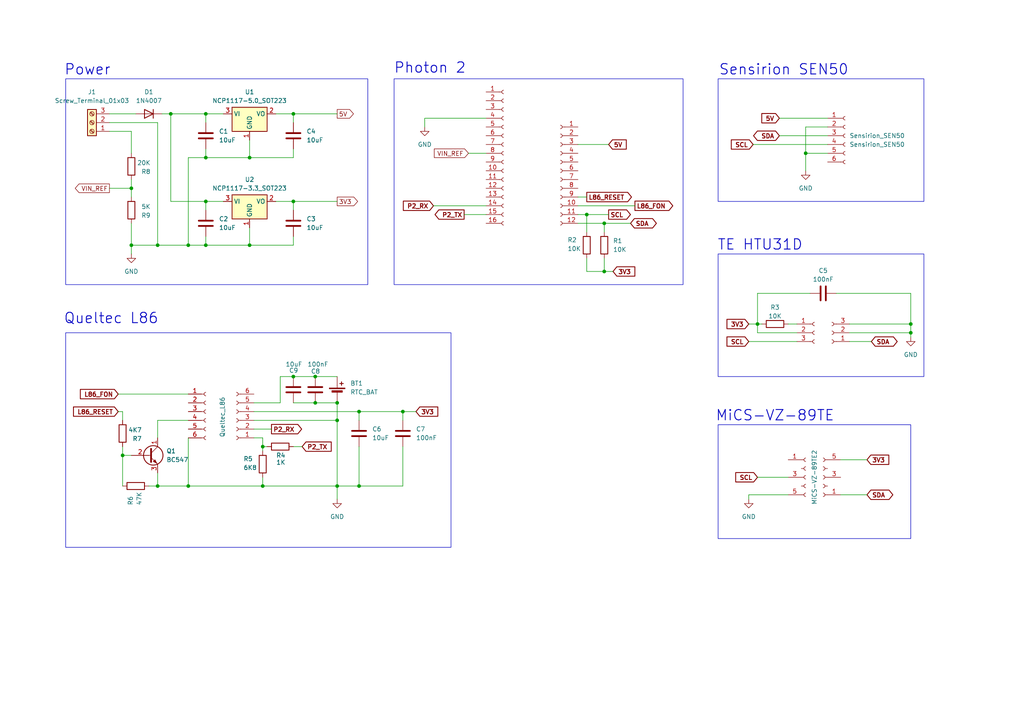
<source format=kicad_sch>
(kicad_sch (version 20231120) (generator "eeschema") (generator_version "8.0")
  (paper "A4")
  (lib_symbols
    (symbol "Conn_01x05_Socket_1" (pin_names (offset 1.016) hide)
      (symbol "Conn_01x05_Socket_1_1_1"
        (arc (start 0 -4.572) (mid -0.5058 -5.08) (end 0 -5.588) (stroke (width 0.1524)))
        (arc (start 0 -2.032) (mid -0.5058 -2.54) (end 0 -3.048) (stroke (width 0.1524)))
        (polyline (pts (xy -1.27 -5.08) (xy -0.508 -5.08)) (stroke (width 0.1524)))
        (polyline (pts (xy -1.27 -2.54) (xy -0.508 -2.54)) (stroke (width 0.1524)))
        (polyline (pts (xy -1.27 0) (xy -0.508 0)) (stroke (width 0.1524)))
        (polyline (pts (xy -1.27 2.54) (xy -0.508 2.54)) (stroke (width 0.1524)))
        (polyline (pts (xy -1.27 5.08) (xy -0.508 5.08)) (stroke (width 0.1524)))
        (arc (start 0 0.508) (mid -0.5058 0) (end 0 -0.508) (stroke (width 0.1524)))
        (arc (start 0 3.048) (mid -0.5058 2.54) (end 0 2.032) (stroke (width 0.1524)))
        (arc (start 0 5.588) (mid -0.5058 5.08) (end 0 4.572) (stroke (width 0.1524)))
        (pin passive line (at -5.08 5.08 0) (length 3.81) (name "Pin_1") (number "1"))
        (pin no_connect line (at -5.08 2.54 0) (length 3.81) hide (name "Pin_2") (number "2"))
        (pin passive line (at -5.08 0 0) (length 3.81) (name "Pin_3") (number "3"))
        (pin no_connect line (at -5.08 -2.54 0) (length 3.81) hide (name "Pin_4") (number "4"))
        (pin passive line (at -5.08 -5.08 0) (length 3.81) (name "Pin_5") (number "5"))
      )
    )
    (symbol "Connector:Conn_01x03_Socket" (pin_names (offset 1.016) hide)
      (property "Reference" "J" (at 0 5.08 0))
      (property "Value" "Conn_01x03_Socket" (at 0 -5.08 0))
      (symbol "Conn_01x03_Socket_1_1"
        (arc (start 0 -2.032) (mid -0.5058 -2.54) (end 0 -3.048) (stroke (width 0.1524)))
        (polyline (pts (xy -1.27 -2.54) (xy -0.508 -2.54)) (stroke (width 0.1524)))
        (polyline (pts (xy -1.27 0) (xy -0.508 0)) (stroke (width 0.1524)))
        (polyline (pts (xy -1.27 2.54) (xy -0.508 2.54)) (stroke (width 0.1524)))
        (arc (start 0 0.508) (mid -0.5058 0) (end 0 -0.508) (stroke (width 0.1524)))
        (arc (start 0 3.048) (mid -0.5058 2.54) (end 0 2.032) (stroke (width 0.1524)))
        (pin passive line (at -5.08 2.54 0) (length 3.81) (name "Pin_1") (number "1"))
        (pin passive line (at -5.08 0 0) (length 3.81) (name "Pin_2") (number "2"))
        (pin passive line (at -5.08 -2.54 0) (length 3.81) (name "Pin_3") (number "3"))
      )
    )
    (symbol "Connector:Conn_01x05_Socket" (pin_names (offset 1.016) hide)
      (property "Reference" "MiCS-VZ-89TE" (at 2.54 0 90))
      (symbol "Conn_01x05_Socket_1_1"
        (arc (start 0 -4.572) (mid -0.5058 -5.08) (end 0 -5.588) (stroke (width 0.1524)))
        (arc (start 0 -2.032) (mid -0.5058 -2.54) (end 0 -3.048) (stroke (width 0.1524)))
        (polyline (pts (xy -1.27 -5.08) (xy -0.508 -5.08)) (stroke (width 0.1524)))
        (polyline (pts (xy -1.27 -2.54) (xy -0.508 -2.54)) (stroke (width 0.1524)))
        (polyline (pts (xy -1.27 0) (xy -0.508 0)) (stroke (width 0.1524)))
        (polyline (pts (xy -1.27 2.54) (xy -0.508 2.54)) (stroke (width 0.1524)))
        (polyline (pts (xy -1.27 5.08) (xy -0.508 5.08)) (stroke (width 0.1524)))
        (arc (start 0 0.508) (mid -0.5058 0) (end 0 -0.508) (stroke (width 0.1524)))
        (arc (start 0 3.048) (mid -0.5058 2.54) (end 0 2.032) (stroke (width 0.1524)))
        (arc (start 0 5.588) (mid -0.5058 5.08) (end 0 4.572) (stroke (width 0.1524)))
        (pin passive line (at -5.08 5.08 0) (length 3.81) (name "Pin_1") (number "1"))
        (pin no_connect line (at -5.08 2.54 0) (length 3.81) hide (name "Pin_2") (number "2"))
        (pin passive line (at -5.08 0 0) (length 3.81) (name "Pin_3") (number "3"))
        (pin no_connect line (at -5.08 -2.54 0) (length 3.81) hide (name "Pin_4") (number "4"))
        (pin passive line (at -5.08 -5.08 0) (length 3.81) (name "Pin_5") (number "5"))
      )
    )
    (symbol "Connector:Conn_01x06_Socket" (pin_names (offset 1.016) hide)
      (property "Reference" "J" (at 0 7.62 0))
      (property "Value" "Conn_01x06_Socket" (at 0 -10.16 0))
      (symbol "Conn_01x06_Socket_1_1"
        (arc (start 0 -7.112) (mid -0.5058 -7.62) (end 0 -8.128) (stroke (width 0.1524)))
        (arc (start 0 -4.572) (mid -0.5058 -5.08) (end 0 -5.588) (stroke (width 0.1524)))
        (arc (start 0 -2.032) (mid -0.5058 -2.54) (end 0 -3.048) (stroke (width 0.1524)))
        (polyline (pts (xy -1.27 -7.62) (xy -0.508 -7.62)) (stroke (width 0.1524)))
        (polyline (pts (xy -1.27 -5.08) (xy -0.508 -5.08)) (stroke (width 0.1524)))
        (polyline (pts (xy -1.27 -2.54) (xy -0.508 -2.54)) (stroke (width 0.1524)))
        (polyline (pts (xy -1.27 0) (xy -0.508 0)) (stroke (width 0.1524)))
        (polyline (pts (xy -1.27 2.54) (xy -0.508 2.54)) (stroke (width 0.1524)))
        (polyline (pts (xy -1.27 5.08) (xy -0.508 5.08)) (stroke (width 0.1524)))
        (arc (start 0 0.508) (mid -0.5058 0) (end 0 -0.508) (stroke (width 0.1524)))
        (arc (start 0 3.048) (mid -0.5058 2.54) (end 0 2.032) (stroke (width 0.1524)))
        (arc (start 0 5.588) (mid -0.5058 5.08) (end 0 4.572) (stroke (width 0.1524)))
        (pin passive line (at -5.08 5.08 0) (length 3.81) (name "Pin_1") (number "1"))
        (pin passive line (at -5.08 2.54 0) (length 3.81) (name "Pin_2") (number "2"))
        (pin passive line (at -5.08 0 0) (length 3.81) (name "Pin_3") (number "3"))
        (pin passive line (at -5.08 -2.54 0) (length 3.81) (name "Pin_4") (number "4"))
        (pin passive line (at -5.08 -5.08 0) (length 3.81) (name "Pin_5") (number "5"))
        (pin passive line (at -5.08 -7.62 0) (length 3.81) (name "Pin_6") (number "6"))
      )
    )
    (symbol "Connector:Conn_01x12_Socket" (pin_names (offset 1.016) hide)
      (symbol "Conn_01x12_Socket_1_1"
        (arc (start 0 -14.732) (mid -0.5058 -15.24) (end 0 -15.748) (stroke (width 0.1524)))
        (arc (start 0 -12.192) (mid -0.5058 -12.7) (end 0 -13.208) (stroke (width 0.1524)))
        (arc (start 0 -9.652) (mid -0.5058 -10.16) (end 0 -10.668) (stroke (width 0.1524)))
        (arc (start 0 -7.112) (mid -0.5058 -7.62) (end 0 -8.128) (stroke (width 0.1524)))
        (arc (start 0 -4.572) (mid -0.5058 -5.08) (end 0 -5.588) (stroke (width 0.1524)))
        (arc (start 0 -2.032) (mid -0.5058 -2.54) (end 0 -3.048) (stroke (width 0.1524)))
        (polyline (pts (xy -1.27 -15.24) (xy -0.508 -15.24)) (stroke (width 0.1524)))
        (polyline (pts (xy -1.27 -12.7) (xy -0.508 -12.7)) (stroke (width 0.1524)))
        (polyline (pts (xy -1.27 -10.16) (xy -0.508 -10.16)) (stroke (width 0.1524)))
        (polyline (pts (xy -1.27 -7.62) (xy -0.508 -7.62)) (stroke (width 0.1524)))
        (polyline (pts (xy -1.27 -5.08) (xy -0.508 -5.08)) (stroke (width 0.1524)))
        (polyline (pts (xy -1.27 -2.54) (xy -0.508 -2.54)) (stroke (width 0.1524)))
        (polyline (pts (xy -1.27 0) (xy -0.508 0)) (stroke (width 0.1524)))
        (polyline (pts (xy -1.27 2.54) (xy -0.508 2.54)) (stroke (width 0.1524)))
        (polyline (pts (xy -1.27 5.08) (xy -0.508 5.08)) (stroke (width 0.1524)))
        (polyline (pts (xy -1.27 7.62) (xy -0.508 7.62)) (stroke (width 0.1524)))
        (polyline (pts (xy -1.27 10.16) (xy -0.508 10.16)) (stroke (width 0.1524)))
        (polyline (pts (xy -1.27 12.7) (xy -0.508 12.7)) (stroke (width 0.1524)))
        (arc (start 0 0.508) (mid -0.5058 0) (end 0 -0.508) (stroke (width 0.1524)))
        (arc (start 0 3.048) (mid -0.5058 2.54) (end 0 2.032) (stroke (width 0.1524)))
        (arc (start 0 5.588) (mid -0.5058 5.08) (end 0 4.572) (stroke (width 0.1524)))
        (arc (start 0 8.128) (mid -0.5058 7.62) (end 0 7.112) (stroke (width 0.1524)))
        (arc (start 0 10.668) (mid -0.5058 10.16) (end 0 9.652) (stroke (width 0.1524)))
        (arc (start 0 13.208) (mid -0.5058 12.7) (end 0 12.192) (stroke (width 0.1524)))
        (pin passive line (at -5.08 12.7 0) (length 3.81) (name "Pin_1") (number "1"))
        (pin passive line (at -5.08 -10.16 0) (length 3.81) (name "Pin_10") (number "10"))
        (pin passive line (at -5.08 -12.7 0) (length 3.81) (name "Pin_11") (number "11"))
        (pin passive line (at -5.08 -15.24 0) (length 3.81) (name "Pin_12") (number "12"))
        (pin passive line (at -5.08 10.16 0) (length 3.81) (name "Pin_2") (number "2"))
        (pin passive line (at -5.08 7.62 0) (length 3.81) (name "Pin_3") (number "3"))
        (pin passive line (at -5.08 5.08 0) (length 3.81) (name "Pin_4") (number "4"))
        (pin passive line (at -5.08 2.54 0) (length 3.81) (name "Pin_5") (number "5"))
        (pin passive line (at -5.08 0 0) (length 3.81) (name "Pin_6") (number "6"))
        (pin passive line (at -5.08 -2.54 0) (length 3.81) (name "Pin_7") (number "7"))
        (pin passive line (at -5.08 -5.08 0) (length 3.81) (name "Pin_8") (number "8"))
        (pin passive line (at -5.08 -7.62 0) (length 3.81) (name "Pin_9") (number "9"))
      )
    )
    (symbol "Connector:Conn_01x16_Socket" (pin_names (offset 1.016) hide)
      (symbol "Conn_01x16_Socket_1_1"
        (arc (start 0 -19.812) (mid -0.5058 -20.32) (end 0 -20.828) (stroke (width 0.1524)))
        (arc (start 0 -17.272) (mid -0.5058 -17.78) (end 0 -18.288) (stroke (width 0.1524)))
        (arc (start 0 -14.732) (mid -0.5058 -15.24) (end 0 -15.748) (stroke (width 0.1524)))
        (arc (start 0 -12.192) (mid -0.5058 -12.7) (end 0 -13.208) (stroke (width 0.1524)))
        (arc (start 0 -9.652) (mid -0.5058 -10.16) (end 0 -10.668) (stroke (width 0.1524)))
        (arc (start 0 -7.112) (mid -0.5058 -7.62) (end 0 -8.128) (stroke (width 0.1524)))
        (arc (start 0 -4.572) (mid -0.5058 -5.08) (end 0 -5.588) (stroke (width 0.1524)))
        (arc (start 0 -2.032) (mid -0.5058 -2.54) (end 0 -3.048) (stroke (width 0.1524)))
        (polyline (pts (xy -1.27 -20.32) (xy -0.508 -20.32)) (stroke (width 0.1524)))
        (polyline (pts (xy -1.27 -17.78) (xy -0.508 -17.78)) (stroke (width 0.1524)))
        (polyline (pts (xy -1.27 -15.24) (xy -0.508 -15.24)) (stroke (width 0.1524)))
        (polyline (pts (xy -1.27 -12.7) (xy -0.508 -12.7)) (stroke (width 0.1524)))
        (polyline (pts (xy -1.27 -10.16) (xy -0.508 -10.16)) (stroke (width 0.1524)))
        (polyline (pts (xy -1.27 -7.62) (xy -0.508 -7.62)) (stroke (width 0.1524)))
        (polyline (pts (xy -1.27 -5.08) (xy -0.508 -5.08)) (stroke (width 0.1524)))
        (polyline (pts (xy -1.27 -2.54) (xy -0.508 -2.54)) (stroke (width 0.1524)))
        (polyline (pts (xy -1.27 0) (xy -0.508 0)) (stroke (width 0.1524)))
        (polyline (pts (xy -1.27 2.54) (xy -0.508 2.54)) (stroke (width 0.1524)))
        (polyline (pts (xy -1.27 5.08) (xy -0.508 5.08)) (stroke (width 0.1524)))
        (polyline (pts (xy -1.27 7.62) (xy -0.508 7.62)) (stroke (width 0.1524)))
        (polyline (pts (xy -1.27 10.16) (xy -0.508 10.16)) (stroke (width 0.1524)))
        (polyline (pts (xy -1.27 12.7) (xy -0.508 12.7)) (stroke (width 0.1524)))
        (polyline (pts (xy -1.27 15.24) (xy -0.508 15.24)) (stroke (width 0.1524)))
        (polyline (pts (xy -1.27 17.78) (xy -0.508 17.78)) (stroke (width 0.1524)))
        (arc (start 0 0.508) (mid -0.5058 0) (end 0 -0.508) (stroke (width 0.1524)))
        (arc (start 0 3.048) (mid -0.5058 2.54) (end 0 2.032) (stroke (width 0.1524)))
        (arc (start 0 5.588) (mid -0.5058 5.08) (end 0 4.572) (stroke (width 0.1524)))
        (arc (start 0 8.128) (mid -0.5058 7.62) (end 0 7.112) (stroke (width 0.1524)))
        (arc (start 0 10.668) (mid -0.5058 10.16) (end 0 9.652) (stroke (width 0.1524)))
        (arc (start 0 13.208) (mid -0.5058 12.7) (end 0 12.192) (stroke (width 0.1524)))
        (arc (start 0 15.748) (mid -0.5058 15.24) (end 0 14.732) (stroke (width 0.1524)))
        (arc (start 0 18.288) (mid -0.5058 17.78) (end 0 17.272) (stroke (width 0.1524)))
        (pin passive line (at -5.08 17.78 0) (length 3.81) (name "Pin_1") (number "1"))
        (pin passive line (at -5.08 -5.08 0) (length 3.81) (name "Pin_10") (number "10"))
        (pin passive line (at -5.08 -7.62 0) (length 3.81) (name "Pin_11") (number "11"))
        (pin passive line (at -5.08 -10.16 0) (length 3.81) (name "Pin_12") (number "12"))
        (pin passive line (at -5.08 -12.7 0) (length 3.81) (name "Pin_13") (number "13"))
        (pin passive line (at -5.08 -15.24 0) (length 3.81) (name "Pin_14") (number "14"))
        (pin passive line (at -5.08 -17.78 0) (length 3.81) (name "Pin_15") (number "15"))
        (pin passive line (at -5.08 -20.32 0) (length 3.81) (name "Pin_16") (number "16"))
        (pin passive line (at -5.08 15.24 0) (length 3.81) (name "Pin_2") (number "2"))
        (pin passive line (at -5.08 12.7 0) (length 3.81) (name "Pin_3") (number "3"))
        (pin passive line (at -5.08 10.16 0) (length 3.81) (name "Pin_4") (number "4"))
        (pin passive line (at -5.08 7.62 0) (length 3.81) (name "Pin_5") (number "5"))
        (pin passive line (at -5.08 5.08 0) (length 3.81) (name "Pin_6") (number "6"))
        (pin passive line (at -5.08 2.54 0) (length 3.81) (name "Pin_7") (number "7"))
        (pin passive line (at -5.08 0 0) (length 3.81) (name "Pin_8") (number "8"))
        (pin passive line (at -5.08 -2.54 0) (length 3.81) (name "Pin_9") (number "9"))
      )
    )
    (symbol "Connector:Screw_Terminal_01x03" (pin_names (offset 1.016) hide)
      (property "Reference" "J" (at 0 5.08 0))
      (property "Value" "Screw_Terminal_01x03" (at 0 -5.08 0))
      (symbol "Screw_Terminal_01x03_1_1"
        (rectangle (start -1.27 3.81) (end 1.27 -3.81) (stroke (width 0.254)) (fill (type background)))
        (circle (center 0 -2.54) (radius 0.635) (stroke (width 0.1524)))
        (polyline (pts (xy -0.5334 -2.2098) (xy 0.3302 -3.048)) (stroke (width 0.1524)))
        (polyline (pts (xy -0.5334 0.3302) (xy 0.3302 -0.508)) (stroke (width 0.1524)))
        (polyline (pts (xy -0.5334 2.8702) (xy 0.3302 2.032)) (stroke (width 0.1524)))
        (polyline (pts (xy -0.3556 -2.032) (xy 0.508 -2.8702)) (stroke (width 0.1524)))
        (polyline (pts (xy -0.3556 0.508) (xy 0.508 -0.3302)) (stroke (width 0.1524)))
        (polyline (pts (xy -0.3556 3.048) (xy 0.508 2.2098)) (stroke (width 0.1524)))
        (circle (center 0 0) (radius 0.635) (stroke (width 0.1524)))
        (circle (center 0 2.54) (radius 0.635) (stroke (width 0.1524)))
        (pin passive line (at -5.08 2.54 0) (length 3.81) (name "Pin_1") (number "1"))
        (pin passive line (at -5.08 0 0) (length 3.81) (name "Pin_2") (number "2"))
        (pin passive line (at -5.08 -2.54 0) (length 3.81) (name "Pin_3") (number "3"))
      )
    )
    (symbol "Device:Battery_Cell" (pin_numbers hide) (pin_names (offset 0) hide)
      (property "Reference" "BT" (at 2.54 2.54 0))
      (property "Value" "Battery_Cell" (at 2.54 0 0))
      (symbol "Battery_Cell_0_1"
        (rectangle (start -2.286 1.778) (end 2.286 1.524) (fill (type outline)))
        (rectangle (start -1.524 1.016) (end 1.524 0.508) (fill (type outline)))
        (polyline (pts (xy 0 0.762) (xy 0 0)))
        (polyline (pts (xy 0 1.778) (xy 0 2.54)))
        (polyline (pts (xy 0.762 3.048) (xy 1.778 3.048)) (stroke (width 0.254)))
        (polyline (pts (xy 1.27 3.556) (xy 1.27 2.54)) (stroke (width 0.254)))
      )
      (symbol "Battery_Cell_1_1"
        (pin passive line (at 0 5.08 270) (length 2.54) (name "+") (number "1"))
        (pin passive line (at 0 -2.54 90) (length 2.54) (name "-") (number "2"))
      )
    )
    (symbol "Device:C" (pin_numbers hide) (pin_names (offset 0.254))
      (property "Reference" "C" (at 0.635 2.54 0))
      (property "Value" "C" (at 0.635 -2.54 0))
      (symbol "C_0_1"
        (polyline (pts (xy -2.032 -0.762) (xy 2.032 -0.762)) (stroke (width 0.508)))
        (polyline (pts (xy -2.032 0.762) (xy 2.032 0.762)) (stroke (width 0.508)))
      )
      (symbol "C_1_1"
        (pin passive line (at 0 3.81 270) (length 2.794) (name "~") (number "1"))
        (pin passive line (at 0 -3.81 90) (length 2.794) (name "~") (number "2"))
      )
    )
    (symbol "Device:D" (pin_numbers hide) (pin_names (offset 1.016) hide)
      (property "Reference" "D" (at 0 2.54 0))
      (property "Value" "D" (at 0 -2.54 0))
      (symbol "D_0_1"
        (polyline (pts (xy -1.27 1.27) (xy -1.27 -1.27)) (stroke (width 0.254)))
        (polyline (pts (xy 1.27 0) (xy -1.27 0)))
        (polyline (pts (xy 1.27 1.27) (xy 1.27 -1.27) (xy -1.27 0) (xy 1.27 1.27)) (stroke (width 0.254)))
      )
      (symbol "D_1_1"
        (pin passive line (at -3.81 0 0) (length 2.54) (name "K") (number "1"))
        (pin passive line (at 3.81 0 180) (length 2.54) (name "A") (number "2"))
      )
    )
    (symbol "Device:R" (pin_numbers hide) (pin_names (offset 0))
      (property "Reference" "R" (at 2.032 0 90))
      (property "Value" "R" (at 0 0 90))
      (symbol "R_0_1"
        (rectangle (start -1.016 -2.54) (end 1.016 2.54) (stroke (width 0.254)))
      )
      (symbol "R_1_1"
        (pin passive line (at 0 3.81 270) (length 1.27) (name "~") (number "1"))
        (pin passive line (at 0 -3.81 90) (length 1.27) (name "~") (number "2"))
      )
    )
    (symbol "Regulator_Linear:NCP1117-3.3_SOT223"
      (property "Reference" "U" (at -3.81 3.175 0))
      (property "Value" "NCP1117-3.3_SOT223" (at 0 3.175 0))
      (symbol "NCP1117-3.3_SOT223_0_1"
        (rectangle (start -5.08 -5.08) (end 5.08 1.905) (stroke (width 0.254)) (fill (type background)))
      )
      (symbol "NCP1117-3.3_SOT223_1_1"
        (pin power_in line (at 0 -7.62 90) (length 2.54) (name "GND") (number "1"))
        (pin power_out line (at 7.62 0 180) (length 2.54) (name "VO") (number "2"))
        (pin power_in line (at -7.62 0 0) (length 2.54) (name "VI") (number "3"))
      )
    )
    (symbol "Regulator_Linear:NCP1117-5.0_SOT223"
      (property "Reference" "U" (at -3.81 3.175 0))
      (property "Value" "NCP1117-5.0_SOT223" (at 0 3.175 0))
      (symbol "NCP1117-5.0_SOT223_0_1"
        (rectangle (start -5.08 -5.08) (end 5.08 1.905) (stroke (width 0.254)) (fill (type background)))
      )
      (symbol "NCP1117-5.0_SOT223_1_1"
        (pin power_in line (at 0 -7.62 90) (length 2.54) (name "GND") (number "1"))
        (pin power_out line (at 7.62 0 180) (length 2.54) (name "VO") (number "2"))
        (pin power_in line (at -7.62 0 0) (length 2.54) (name "VI") (number "3"))
      )
    )
    (symbol "Transistor_BJT:BC547" (pin_names (offset 0) hide)
      (property "Reference" "Q" (at 5.08 1.905 0))
      (property "Value" "BC547" (at 5.08 0 0))
      (symbol "BC547_0_1"
        (polyline (pts (xy 0 0) (xy 0.635 0)))
        (polyline (pts (xy 0.635 0.635) (xy 2.54 2.54)))
        (polyline (pts (xy 0.635 -0.635) (xy 2.54 -2.54) (xy 2.54 -2.54)))
        (polyline (pts (xy 0.635 1.905) (xy 0.635 -1.905) (xy 0.635 -1.905)) (stroke (width 0.508)))
        (polyline (pts (xy 1.27 -1.778) (xy 1.778 -1.27) (xy 2.286 -2.286) (xy 1.27 -1.778) (xy 1.27 -1.778)) (fill (type outline)))
        (circle (center 1.27 0) (radius 2.8194) (stroke (width 0.254)))
      )
      (symbol "BC547_1_1"
        (pin passive line (at 2.54 5.08 270) (length 2.54) (name "C") (number "1"))
        (pin input line (at -5.08 0 0) (length 5.08) (name "B") (number "2"))
        (pin passive line (at 2.54 -5.08 90) (length 2.54) (name "E") (number "3"))
      )
    )
    (symbol "power:GND" (power) (pin_numbers hide) (pin_names (offset 0) hide)
      (property "Value" "GND" (at 0 -3.81 0))
      (symbol "GND_0_1"
        (polyline (pts (xy 0 0) (xy 0 -1.27) (xy 1.27 -1.27) (xy 0 -2.54) (xy -1.27 -1.27) (xy 0 -1.27)))
      )
      (symbol "GND_1_1"
        (pin power_in line (at 0 0 270) (length 0) (name "~") (number "1"))
      )
    )
  )
  (junction (at 45.72 140.97))
  (junction (at 72.39 71.12))
  (junction (at 104.14 119.38))
  (junction (at 59.69 45.72))
  (junction (at 59.69 71.12))
  (junction (at 97.79 116.84))
  (junction (at 35.56 132.08))
  (junction (at 45.72 71.12))
  (junction (at 49.53 33.02))
  (junction (at 116.84 119.38))
  (junction (at 91.44 116.84))
  (junction (at 38.1 71.12))
  (junction (at 54.61 71.12))
  (junction (at 104.14 140.97))
  (junction (at 59.69 33.02))
  (junction (at 175.26 64.77))
  (junction (at 264.16 96.52))
  (junction (at 233.68 44.45))
  (junction (at 175.26 78.74))
  (junction (at 97.79 121.92))
  (junction (at 38.1 54.61))
  (junction (at 264.16 93.98))
  (junction (at 72.39 45.72))
  (junction (at 91.44 109.22))
  (junction (at 219.71 93.98))
  (junction (at 54.61 140.97))
  (junction (at 85.09 58.42))
  (junction (at 85.09 33.02))
  (junction (at 97.79 140.97))
  (junction (at 76.2 140.97))
  (junction (at 59.69 58.42))
  (junction (at 76.2 129.54))
  (junction (at 85.09 109.22))
  (junction (at 170.18 62.23))
  (wire (pts (xy 34.29 114.3) (xy 54.61 114.3)))
  (wire (pts (xy 45.72 140.97) (xy 54.61 140.97)))
  (wire (pts (xy 38.1 71.12) (xy 45.72 71.12)))
  (wire (pts (xy 31.75 33.02) (xy 39.37 33.02)))
  (wire (pts (xy 85.09 68.58) (xy 85.09 71.12)))
  (wire (pts (xy 217.17 99.06) (xy 231.14 99.06)))
  (wire (pts (xy 35.56 132.08) (xy 35.56 140.97)))
  (wire (pts (xy 73.66 116.84) (xy 81.28 116.84)))
  (wire (pts (xy 91.44 109.22) (xy 97.79 109.22)))
  (wire (pts (xy 45.72 121.92) (xy 54.61 121.92)))
  (wire (pts (xy 123.19 34.29) (xy 140.97 34.29)))
  (wire (pts (xy 218.44 41.91) (xy 240.03 41.91)))
  (wire (pts (xy 233.68 49.53) (xy 233.68 44.45)))
  (wire (pts (xy 85.09 45.72) (xy 72.39 45.72)))
  (wire (pts (xy 73.66 121.92) (xy 97.79 121.92)))
  (wire (pts (xy 226.06 39.37) (xy 240.03 39.37)))
  (wire (pts (xy 219.71 85.09) (xy 219.71 93.98)))
  (wire (pts (xy 54.61 140.97) (xy 76.2 140.97)))
  (wire (pts (xy 85.09 116.84) (xy 91.44 116.84)))
  (wire (pts (xy 104.14 140.97) (xy 97.79 140.97)))
  (wire (pts (xy 38.1 71.12) (xy 38.1 73.66)))
  (wire (pts (xy 59.69 45.72) (xy 54.61 45.72)))
  (wire (pts (xy 97.79 140.97) (xy 97.79 144.78)))
  (wire (pts (xy 85.09 58.42) (xy 85.09 60.96)))
  (wire (pts (xy 176.53 62.23) (xy 170.18 62.23)))
  (wire (pts (xy 38.1 64.77) (xy 38.1 71.12)))
  (wire (pts (xy 243.84 143.51) (xy 251.46 143.51)))
  (wire (pts (xy 54.61 127) (xy 54.61 140.97)))
  (wire (pts (xy 91.44 116.84) (xy 97.79 116.84)))
  (wire (pts (xy 264.16 85.09) (xy 264.16 93.98)))
  (wire (pts (xy 217.17 143.51) (xy 228.6 143.51)))
  (wire (pts (xy 219.71 93.98) (xy 220.98 93.98)))
  (wire (pts (xy 38.1 54.61) (xy 38.1 57.15)))
  (wire (pts (xy 59.69 33.02) (xy 59.69 35.56)))
  (wire (pts (xy 43.18 140.97) (xy 45.72 140.97)))
  (wire (pts (xy 170.18 62.23) (xy 170.18 67.31)))
  (wire (pts (xy 217.17 144.78) (xy 217.17 143.51)))
  (wire (pts (xy 231.14 96.52) (xy 219.71 96.52)))
  (wire (pts (xy 35.56 121.92) (xy 35.56 119.38)))
  (wire (pts (xy 228.6 93.98) (xy 231.14 93.98)))
  (wire (pts (xy 234.95 85.09) (xy 219.71 85.09)))
  (wire (pts (xy 175.26 74.93) (xy 175.26 78.74)))
  (wire (pts (xy 116.84 119.38) (xy 120.65 119.38)))
  (wire (pts (xy 59.69 58.42) (xy 59.69 60.96)))
  (wire (pts (xy 45.72 71.12) (xy 54.61 71.12)))
  (wire (pts (xy 135.89 44.45) (xy 140.97 44.45)))
  (wire (pts (xy 219.71 96.52) (xy 219.71 93.98)))
  (wire (pts (xy 246.38 93.98) (xy 264.16 93.98)))
  (wire (pts (xy 97.79 116.84) (xy 97.79 121.92)))
  (wire (pts (xy 45.72 35.56) (xy 45.72 71.12)))
  (wire (pts (xy 59.69 71.12) (xy 72.39 71.12)))
  (wire (pts (xy 59.69 58.42) (xy 49.53 58.42)))
  (wire (pts (xy 31.75 35.56) (xy 45.72 35.56)))
  (wire (pts (xy 59.69 68.58) (xy 59.69 71.12)))
  (wire (pts (xy 85.09 43.18) (xy 85.09 45.72)))
  (wire (pts (xy 35.56 132.08) (xy 38.1 132.08)))
  (wire (pts (xy 104.14 119.38) (xy 104.14 121.92)))
  (wire (pts (xy 116.84 119.38) (xy 116.84 121.92)))
  (wire (pts (xy 240.03 36.83) (xy 233.68 36.83)))
  (wire (pts (xy 182.88 64.77) (xy 175.26 64.77)))
  (wire (pts (xy 233.68 44.45) (xy 240.03 44.45)))
  (wire (pts (xy 85.09 109.22) (xy 91.44 109.22)))
  (wire (pts (xy 45.72 127) (xy 45.72 121.92)))
  (wire (pts (xy 35.56 119.38) (xy 34.29 119.38)))
  (wire (pts (xy 85.09 33.02) (xy 85.09 35.56)))
  (wire (pts (xy 45.72 137.16) (xy 45.72 140.97)))
  (wire (pts (xy 59.69 33.02) (xy 64.77 33.02)))
  (wire (pts (xy 81.28 116.84) (xy 81.28 109.22)))
  (wire (pts (xy 76.2 129.54) (xy 76.2 130.81)))
  (wire (pts (xy 175.26 64.77) (xy 167.64 64.77)))
  (wire (pts (xy 264.16 97.79) (xy 264.16 96.52)))
  (wire (pts (xy 217.17 93.98) (xy 219.71 93.98)))
  (wire (pts (xy 233.68 36.83) (xy 233.68 44.45)))
  (wire (pts (xy 49.53 33.02) (xy 49.53 58.42)))
  (wire (pts (xy 104.14 129.54) (xy 104.14 140.97)))
  (wire (pts (xy 38.1 38.1) (xy 38.1 44.45)))
  (wire (pts (xy 59.69 43.18) (xy 59.69 45.72)))
  (wire (pts (xy 38.1 52.07) (xy 38.1 54.61)))
  (wire (pts (xy 243.84 133.35) (xy 251.46 133.35)))
  (wire (pts (xy 97.79 121.92) (xy 97.79 140.97)))
  (wire (pts (xy 264.16 96.52) (xy 246.38 96.52)))
  (wire (pts (xy 73.66 127) (xy 76.2 127)))
  (wire (pts (xy 85.09 33.02) (xy 97.79 33.02)))
  (wire (pts (xy 116.84 140.97) (xy 104.14 140.97)))
  (wire (pts (xy 125.73 59.69) (xy 140.97 59.69)))
  (wire (pts (xy 46.99 33.02) (xy 49.53 33.02)))
  (wire (pts (xy 104.14 119.38) (xy 116.84 119.38)))
  (wire (pts (xy 49.53 33.02) (xy 59.69 33.02)))
  (wire (pts (xy 35.56 129.54) (xy 35.56 132.08)))
  (wire (pts (xy 64.77 58.42) (xy 59.69 58.42)))
  (wire (pts (xy 80.01 58.42) (xy 85.09 58.42)))
  (wire (pts (xy 73.66 119.38) (xy 104.14 119.38)))
  (wire (pts (xy 167.64 41.91) (xy 176.53 41.91)))
  (wire (pts (xy 78.74 124.46) (xy 73.66 124.46)))
  (wire (pts (xy 175.26 78.74) (xy 170.18 78.74)))
  (wire (pts (xy 54.61 71.12) (xy 59.69 71.12)))
  (wire (pts (xy 81.28 109.22) (xy 85.09 109.22)))
  (wire (pts (xy 85.09 71.12) (xy 72.39 71.12)))
  (wire (pts (xy 242.57 85.09) (xy 264.16 85.09)))
  (wire (pts (xy 246.38 99.06) (xy 252.73 99.06)))
  (wire (pts (xy 76.2 127) (xy 76.2 129.54)))
  (wire (pts (xy 116.84 129.54) (xy 116.84 140.97)))
  (wire (pts (xy 170.18 74.93) (xy 170.18 78.74)))
  (wire (pts (xy 54.61 45.72) (xy 54.61 71.12)))
  (wire (pts (xy 167.64 57.15) (xy 170.18 57.15)))
  (wire (pts (xy 80.01 33.02) (xy 85.09 33.02)))
  (wire (pts (xy 175.26 64.77) (xy 175.26 67.31)))
  (wire (pts (xy 219.71 138.43) (xy 228.6 138.43)))
  (wire (pts (xy 85.09 129.54) (xy 87.63 129.54)))
  (wire (pts (xy 76.2 129.54) (xy 77.47 129.54)))
  (wire (pts (xy 226.06 34.29) (xy 240.03 34.29)))
  (wire (pts (xy 123.19 36.83) (xy 123.19 34.29)))
  (wire (pts (xy 134.62 62.23) (xy 140.97 62.23)))
  (wire (pts (xy 72.39 71.12) (xy 72.39 66.04)))
  (wire (pts (xy 31.75 38.1) (xy 38.1 38.1)))
  (wire (pts (xy 76.2 138.43) (xy 76.2 140.97)))
  (wire (pts (xy 170.18 62.23) (xy 167.64 62.23)))
  (wire (pts (xy 76.2 140.97) (xy 97.79 140.97)))
  (wire (pts (xy 85.09 58.42) (xy 97.79 58.42)))
  (wire (pts (xy 31.75 54.61) (xy 38.1 54.61)))
  (wire (pts (xy 72.39 45.72) (xy 59.69 45.72)))
  (wire (pts (xy 72.39 45.72) (xy 72.39 40.64)))
  (wire (pts (xy 167.64 59.69) (xy 184.15 59.69)))
  (wire (pts (xy 177.8 78.74) (xy 175.26 78.74)))
  (wire (pts (xy 264.16 93.98) (xy 264.16 96.52)))
  (rectangle (start 19.05 22.86) (end 106.68 82.55))
  (rectangle (start 19.05 96.52) (end 130.81 158.75))
  (rectangle (start 208.28 73.66) (end 267.97 109.22))
  (rectangle (start 208.28 123.19) (end 264.16 156.21))
  (rectangle (start 208.28 22.86) (end 267.97 58.42))
  (rectangle (start 114.3 22.86) (end 198.12 82.55))
  (text "Sensirion SEN50" (at 227.33 20.32 0) (effects (font (size 3 3) (thickness 0.254) (bold yes))))
  (text "Queltec L86" (at 32.258 92.456 0) (effects (font (size 3 3) (thickness 0.254) (bold yes))))
  (text "TE HTU31D" (at 220.472 71.12 0) (effects (font (size 3 3) (thickness 0.254) (bold yes))))
  (text "MiCS-VZ-89TE" (at 224.79 120.65 0) (effects (font (size 3 3) (thickness 0.254) (bold yes))))
  (text "Photon 2" (at 124.714 19.812 0) (effects (font (size 3 3) (thickness 0.254) (bold yes))))
  (text "Power" (at 25.4 20.32 0) (effects (font (size 3 3) (thickness 0.254) (bold yes))))
  (global_label "3V3" (shape input) (at 217.17 93.98 180) (effects (font (thickness 0.254) (bold yes))) (property "Intersheetrefs" "${INTERSHEET_REFS}" (effects (hide yes))))
  (global_label "5V" (shape input) (at 226.06 34.29 180) (effects (font (thickness 0.254) (bold yes))) (property "Intersheetrefs" "${INTERSHEET_REFS}" (effects (hide yes))))
  (global_label "SDA" (shape bidirectional) (at 182.88 64.77 0) (effects (font (thickness 0.254) (bold yes))) (property "Intersheetrefs" "${INTERSHEET_REFS}" (effects (hide yes))))
  (global_label "L86_FON" (shape input) (at 34.29 114.3 180) (effects (font (thickness 0.254) (bold yes))) (property "Intersheetrefs" "${INTERSHEET_REFS}" (effects (hide yes))))
  (global_label "L86_FON" (shape output) (at 184.15 59.69 0) (effects (font (thickness 0.254) (bold yes))) (property "Intersheetrefs" "${INTERSHEET_REFS}" (effects (hide yes))))
  (global_label "L86_RESET" (shape output) (at 170.18 57.15 0) (effects (font (thickness 0.254) (bold yes))) (property "Intersheetrefs" "${INTERSHEET_REFS}" (effects (hide yes))))
  (global_label "5V" (shape input) (at 176.53 41.91 0) (effects (font (thickness 0.254) (bold yes))) (property "Intersheetrefs" "${INTERSHEET_REFS}" (effects (hide yes))))
  (global_label "5V" (shape output) (at 97.79 33.02 0) (property "Intersheetrefs" "${INTERSHEET_REFS}" (effects (hide yes))))
  (global_label "P2_TX" (shape input) (at 87.63 129.54 0) (effects (font (thickness 0.254) (bold yes))) (property "Intersheetrefs" "${INTERSHEET_REFS}" (effects (hide yes))))
  (global_label "P2_TX" (shape output) (at 134.62 62.23 180) (effects (font (thickness 0.254) (bold yes))) (property "Intersheetrefs" "${INTERSHEET_REFS}" (effects (hide yes))))
  (global_label "SCL" (shape input) (at 218.44 41.91 180) (effects (font (thickness 0.254) (bold yes))) (property "Intersheetrefs" "${INTERSHEET_REFS}" (effects (hide yes))))
  (global_label "3V3" (shape input) (at 251.46 133.35 0) (effects (font (thickness 0.254) (bold yes))) (property "Intersheetrefs" "${INTERSHEET_REFS}" (effects (hide yes))))
  (global_label "VIN_REF" (shape output) (at 31.75 54.61 180) (property "Intersheetrefs" "${INTERSHEET_REFS}" (effects (hide yes))))
  (global_label "SCL" (shape input) (at 219.71 138.43 180) (effects (font (thickness 0.254) (bold yes))) (property "Intersheetrefs" "${INTERSHEET_REFS}" (effects (hide yes))))
  (global_label "SDA" (shape bidirectional) (at 252.73 99.06 0) (effects (font (thickness 0.254) (bold yes))) (property "Intersheetrefs" "${INTERSHEET_REFS}" (effects (hide yes))))
  (global_label "P2_RX" (shape output) (at 78.74 124.46 0) (effects (font (thickness 0.254) (bold yes))) (property "Intersheetrefs" "${INTERSHEET_REFS}" (effects (hide yes))))
  (global_label "3V3" (shape input) (at 120.65 119.38 0) (effects (font (thickness 0.254) (bold yes))) (property "Intersheetrefs" "${INTERSHEET_REFS}" (effects (hide yes))))
  (global_label "SDA" (shape bidirectional) (at 251.46 143.51 0) (effects (font (thickness 0.254) (bold yes))) (property "Intersheetrefs" "${INTERSHEET_REFS}" (effects (hide yes))))
  (global_label "L86_RESET" (shape input) (at 34.29 119.38 180) (effects (font (thickness 0.254) (bold yes))) (property "Intersheetrefs" "${INTERSHEET_REFS}" (effects (hide yes))))
  (global_label "SCL" (shape output) (at 176.53 62.23 0) (effects (font (thickness 0.254) (bold yes))) (property "Intersheetrefs" "${INTERSHEET_REFS}" (effects (hide yes))))
  (global_label "3V3" (shape input) (at 177.8 78.74 0) (effects (font (thickness 0.254) (bold yes))) (property "Intersheetrefs" "${INTERSHEET_REFS}" (effects (hide yes))))
  (global_label "VIN_REF" (shape input) (at 135.89 44.45 180) (property "Intersheetrefs" "${INTERSHEET_REFS}" (effects (hide yes))))
  (global_label "SCL" (shape input) (at 217.17 99.06 180) (effects (font (thickness 0.254) (bold yes))) (property "Intersheetrefs" "${INTERSHEET_REFS}" (effects (hide yes))))
  (global_label "P2_RX" (shape input) (at 125.73 59.69 180) (effects (font (thickness 0.254) (bold yes))) (property "Intersheetrefs" "${INTERSHEET_REFS}" (effects (hide yes))))
  (global_label "3V3" (shape output) (at 97.79 58.42 0) (property "Intersheetrefs" "${INTERSHEET_REFS}" (effects (hide yes))))
  (global_label "SDA" (shape bidirectional) (at 226.06 39.37 180) (effects (font (thickness 0.254) (bold yes))) (property "Intersheetrefs" "${INTERSHEET_REFS}" (effects (hide yes))))
  (symbol (lib_id "Device:R") (at 81.28 129.54 90) (unit 1)
    (property "Reference" "R4" (at 82.804 132.08 90) (effects (justify left)))
    (property "Value" "1K" (at 82.804 134.112 90) (effects (justify left)))
    (property "Footprint" "Resistor_THT:R_Axial_DIN0309_L9.0mm_D3.2mm_P12.70mm_Horizontal" (effects (hide yes)))
    (property "Description" "Resistor" (effects (hide yes)))
  )
  (symbol (lib_id "Device:R") (at 39.37 140.97 90) (unit 1)
    (property "Reference" "R6" (at 37.846 146.558 0) (effects (justify left)))
    (property "Value" "47K" (at 40.386 146.558 0) (effects (justify left)))
    (property "Footprint" "Resistor_THT:R_Axial_DIN0309_L9.0mm_D3.2mm_P12.70mm_Horizontal" (effects (hide yes)))
    (property "Description" "Resistor" (effects (hide yes)))
  )
  (symbol (lib_id "Connector:Screw_Terminal_01x03") (at 26.67 35.56 180) (unit 1)
    (property "Reference" "J1" (at 26.67 26.67 0))
    (property "Value" "Screw_Terminal_01x03" (at 26.67 29.21 0))
    (property "Footprint" "TerminalBlock:TerminalBlock_bornier-3_P5.08mm" (effects (hide yes)))
    (property "Description" "Generic screw terminal, single row, 01x03, script generated (kicad-library-utils/schlib/autogen/connector/)" (effects (hide yes)))
  )
  (symbol (lib_id "Device:C") (at 85.09 39.37 0) (unit 1)
    (property "Reference" "C4" (at 88.9 38.0999 0) (effects (justify left)))
    (property "Value" "10uF" (at 88.9 40.6399 0) (effects (justify left)))
    (property "Footprint" "Capacitor_SMD:C_1210_3225Metric_Pad1.33x2.70mm_HandSolder" (effects (hide yes)))
    (property "Description" "Unpolarized capacitor" (effects (hide yes)))
  )
  (symbol (lib_id "Transistor_BJT:BC547") (at 43.18 132.08 0) (unit 1)
    (property "Reference" "Q1" (at 48.26 130.8099 0) (effects (justify left)))
    (property "Value" "BC547" (at 48.26 133.3499 0) (effects (justify left)))
    (property "Footprint" "Package_TO_SOT_THT:TO-92_Inline" (effects (hide yes)))
    (property "Datasheet" "https://www.onsemi.com/pub/Collateral/BC550-D.pdf" (effects (hide yes)))
    (property "Description" "0.1A Ic, 45V Vce, Small Signal NPN Transistor, TO-92" (effects (hide yes)))
  )
  (symbol (lib_id "Connector:Conn_01x06_Socket") (at 59.69 119.38 0) (unit 1)
    (property "Reference" "J5" (effects (hide yes)))
    (property "Value" "Conn_01x06_Socket" (effects (hide yes)))
    (property "Footprint" "Connector_PinSocket_2.54mm:PinSocket_1x06_P2.54mm_Vertical" (effects (hide yes)))
    (property "Description" "Generic connector, single row, 01x06, script generated" (effects (hide yes)))
  )
  (symbol (lib_id "Device:R") (at 38.1 60.96 180) (unit 1)
    (property "Reference" "R9" (at 43.688 62.484 0) (effects (justify left)))
    (property "Value" "5K" (at 43.688 59.944 0) (effects (justify left)))
    (property "Footprint" "Resistor_THT:R_Axial_DIN0309_L9.0mm_D3.2mm_P12.70mm_Horizontal" (effects (hide yes)))
    (property "Description" "Resistor" (effects (hide yes)))
  )
  (symbol (lib_id "Device:C") (at 85.09 113.03 0) (unit 1)
    (property "Reference" "C9" (at 83.82 107.442 0) (effects (justify left)))
    (property "Value" "10uF" (at 82.804 105.664 0) (effects (justify left)))
    (property "Footprint" "Capacitor_SMD:C_1210_3225Metric_Pad1.33x2.70mm_HandSolder" (effects (hide yes)))
    (property "Description" "Unpolarized capacitor" (effects (hide yes)))
  )
  (symbol (lib_id "power:GND") (at 38.1 73.66 0) (unit 1)
    (property "Reference" "#PWR01" (effects (hide yes)))
    (property "Value" "GND" (at 38.1 78.74 0))
    (property "Description" "Power symbol creates a global label with name \"GND\" , ground" (effects (hide yes)))
  )
  (symbol (lib_id "Device:Battery_Cell") (at 97.79 114.3 0) (unit 1)
    (property "Reference" "BT1" (at 101.6 111.1884 0) (effects (justify left)))
    (property "Value" "RTC_BAT" (at 101.6 113.7284 0) (effects (justify left)))
    (property "Footprint" "Battery:Battery_Panasonic_CR2032-HFN_Horizontal_CircularHoles" (effects (hide yes)))
    (property "Description" "Single-cell battery" (effects (hide yes)))
  )
  (symbol (lib_id "Device:C") (at 104.14 125.73 0) (unit 1)
    (property "Reference" "C6" (at 107.95 124.4599 0) (effects (justify left)))
    (property "Value" "10uF" (at 107.95 126.9999 0) (effects (justify left)))
    (property "Footprint" "Capacitor_SMD:C_1210_3225Metric_Pad1.33x2.70mm_HandSolder" (effects (hide yes)))
    (property "Description" "Unpolarized capacitor" (effects (hide yes)))
  )
  (symbol (lib_id "Device:R") (at 38.1 48.26 180) (unit 1)
    (property "Reference" "R8" (at 43.688 49.784 0) (effects (justify left)))
    (property "Value" "20K" (at 43.688 47.244 0) (effects (justify left)))
    (property "Footprint" "Resistor_THT:R_Axial_DIN0309_L9.0mm_D3.2mm_P12.70mm_Horizontal" (effects (hide yes)))
    (property "Description" "Resistor" (effects (hide yes)))
  )
  (symbol (lib_id "Device:C") (at 59.69 39.37 0) (unit 1)
    (property "Reference" "C1" (at 63.5 38.0999 0) (effects (justify left)))
    (property "Value" "10uF" (at 63.5 40.6399 0) (effects (justify left)))
    (property "Footprint" "Capacitor_SMD:C_1210_3225Metric_Pad1.33x2.70mm_HandSolder" (effects (hide yes)))
    (property "Description" "Unpolarized capacitor" (effects (hide yes)))
  )
  (symbol (lib_id "Device:C") (at 116.84 125.73 0) (unit 1)
    (property "Reference" "C7" (at 120.65 124.4599 0) (effects (justify left)))
    (property "Value" "100nF" (at 120.65 126.9999 0) (effects (justify left)))
    (property "Footprint" "Capacitor_SMD:C_1210_3225Metric_Pad1.33x2.70mm_HandSolder" (effects (hide yes)))
    (property "Description" "Unpolarized capacitor" (effects (hide yes)))
  )
  (symbol (lib_id "Device:R") (at 170.18 71.12 0) (unit 1)
    (property "Reference" "R2" (at 164.592 69.596 0) (effects (justify left)))
    (property "Value" "10K" (at 164.592 72.136 0) (effects (justify left)))
    (property "Footprint" "Resistor_THT:R_Axial_DIN0309_L9.0mm_D3.2mm_P12.70mm_Horizontal" (effects (hide yes)))
    (property "Description" "Resistor" (effects (hide yes)))
  )
  (symbol (lib_id "power:GND") (at 264.16 97.79 0) (unit 1)
    (property "Reference" "#PWR04" (effects (hide yes)))
    (property "Value" "GND" (at 264.16 102.87 0))
    (property "Description" "Power symbol creates a global label with name \"GND\" , ground" (effects (hide yes)))
  )
  (symbol (lib_id "power:GND") (at 233.68 49.53 0) (unit 1)
    (property "Reference" "#PWR03" (effects (hide yes)))
    (property "Value" "GND" (at 233.68 54.61 0))
    (property "Description" "Power symbol creates a global label with name \"GND\" , ground" (effects (hide yes)))
  )
  (symbol (lib_id "Connector:Conn_01x06_Socket") (at 68.58 121.92 180) (unit 1)
    (property "Reference" "Queltec_L86" (at 64.516 115.062 90) (effects (justify left)))
    (property "Value" "Queltec_L86" (effects (hide yes)))
    (property "Footprint" "Connector_PinSocket_2.54mm:PinSocket_1x06_P2.54mm_Vertical" (effects (hide yes)))
    (property "Description" "Generic connector, single row, 01x06, script generated" (effects (hide yes)))
  )
  (symbol (lib_id "Regulator_Linear:NCP1117-5.0_SOT223") (at 72.39 33.02 0) (unit 1)
    (property "Reference" "U1" (at 72.39 26.67 0))
    (property "Value" "NCP1117-5.0_SOT223" (at 72.39 29.21 0))
    (property "Footprint" "Package_TO_SOT_SMD:SOT-223-3_TabPin2" (effects (hide yes)))
    (property "Datasheet" "http://www.onsemi.com/pub_link/Collateral/NCP1117-D.PDF" (effects (hide yes)))
    (property "Description" "1A Low drop-out regulator, Fixed Output 5V, SOT-223" (effects (hide yes)))
  )
  (symbol (lib_id "Connector:Conn_01x03_Socket") (at 241.3 96.52 180) (unit 1)
    (property "Reference" "HTU31D2" (effects (hide yes)))
    (property "Value" "Conn_01x03_Socket" (effects (hide yes)))
    (property "Footprint" "Connector_PinSocket_2.54mm:PinSocket_1x03_P2.54mm_Vertical" (effects (hide yes)))
    (property "Description" "Generic connector, single row, 01x03, script generated" (effects (hide yes)))
  )
  (symbol (lib_id "Device:R") (at 76.2 134.62 0) (unit 1)
    (property "Reference" "R5" (at 70.612 133.096 0) (effects (justify left)))
    (property "Value" "6K8" (at 70.612 135.636 0) (effects (justify left)))
    (property "Footprint" "Resistor_THT:R_Axial_DIN0309_L9.0mm_D3.2mm_P12.70mm_Horizontal" (effects (hide yes)))
    (property "Description" "Resistor" (effects (hide yes)))
  )
  (symbol (lib_id "power:GND") (at 217.17 144.78 0) (unit 1)
    (property "Reference" "#PWR05" (effects (hide yes)))
    (property "Value" "GND" (at 217.17 149.86 0))
    (property "Description" "Power symbol creates a global label with name \"GND\" , ground" (effects (hide yes)))
  )
  (symbol (lib_id "Regulator_Linear:NCP1117-3.3_SOT223") (at 72.39 58.42 0) (unit 1)
    (property "Reference" "U2" (at 72.39 52.07 0))
    (property "Value" "NCP1117-3.3_SOT223" (at 72.39 54.61 0))
    (property "Footprint" "Package_TO_SOT_SMD:SOT-223-3_TabPin2" (effects (hide yes)))
    (property "Datasheet" "http://www.onsemi.com/pub_link/Collateral/NCP1117-D.PDF" (effects (hide yes)))
    (property "Description" "1A Low drop-out regulator, Fixed Output 3.3V, SOT-223" (effects (hide yes)))
  )
  (symbol (lib_id "Connector:Conn_01x05_Socket") (at 238.76 138.43 180) (unit 1)
    (property "Reference" "MiCS-VZ-89TE2" (at 236.22 138.43 90))
    (property "Value" "Conn_01x05_Socket" (effects (hide yes)))
    (property "Footprint" "Connector_PinSocket_2.54mm:PinSocket_1x05_P2.54mm_Vertical" (effects (hide yes)))
    (property "Description" "Generic connector, single row, 01x05, script generated" (effects (hide yes)))
  )
  (symbol (lib_id "Connector:Conn_01x06_Socket") (at 245.11 39.37 0) (unit 1)
    (property "Reference" "Sensirion_SEN50" (at 246.38 39.3699 0) (effects (justify left)))
    (property "Value" "Sensirion_SEN50" (at 246.38 41.9099 0) (effects (justify left)))
    (property "Footprint" "Connector_PinSocket_2.54mm:PinSocket_1x06_P2.54mm_Vertical" (effects (hide yes)))
    (property "Description" "Generic connector, single row, 01x06, script generated" (effects (hide yes)))
  )
  (symbol (lib_id "Device:C") (at 59.69 64.77 0) (unit 1)
    (property "Reference" "C2" (at 63.5 63.4999 0) (effects (justify left)))
    (property "Value" "10uF" (at 63.5 66.0399 0) (effects (justify left)))
    (property "Footprint" "Capacitor_SMD:C_1210_3225Metric_Pad1.33x2.70mm_HandSolder" (effects (hide yes)))
    (property "Description" "Unpolarized capacitor" (effects (hide yes)))
  )
  (symbol (lib_id "Device:C") (at 91.44 113.03 0) (unit 1)
    (property "Reference" "C8" (at 90.17 107.696 0) (effects (justify left)))
    (property "Value" "100nF" (at 89.154 105.664 0) (effects (justify left)))
    (property "Footprint" "Capacitor_SMD:C_1210_3225Metric_Pad1.33x2.70mm_HandSolder" (effects (hide yes)))
    (property "Description" "Unpolarized capacitor" (effects (hide yes)))
  )
  (symbol (lib_id "Connector:Conn_01x03_Socket") (at 236.22 96.52 0) (unit 1)
    (property "Reference" "HTU31D1" (effects (hide yes)))
    (property "Value" "Conn_01x03_Socket" (effects (hide yes)))
    (property "Footprint" "Connector_PinSocket_2.54mm:PinSocket_1x03_P2.54mm_Vertical" (effects (hide yes)))
    (property "Description" "Generic connector, single row, 01x03, script generated" (effects (hide yes)))
  )
  (symbol (lib_id "power:GND") (at 123.19 36.83 0) (unit 1)
    (property "Reference" "#PWR02" (effects (hide yes)))
    (property "Value" "GND" (at 123.19 41.91 0))
    (property "Description" "Power symbol creates a global label with name \"GND\" , ground" (effects (hide yes)))
  )
  (symbol (lib_id "Device:R") (at 175.26 71.12 0) (unit 1)
    (property "Reference" "R1" (at 177.8 69.8499 0) (effects (justify left)))
    (property "Value" "10K" (at 177.8 72.3899 0) (effects (justify left)))
    (property "Footprint" "Resistor_THT:R_Axial_DIN0309_L9.0mm_D3.2mm_P12.70mm_Horizontal" (effects (hide yes)))
    (property "Description" "Resistor" (effects (hide yes)))
  )
  (symbol (lib_id "Device:D") (at 43.18 33.02 180) (unit 1)
    (property "Reference" "D1" (at 43.18 26.67 0))
    (property "Value" "1N4007" (at 43.18 29.21 0))
    (property "Footprint" "Diode_THT:D_DO-15_P15.24mm_Horizontal" (effects (hide yes)))
    (property "Description" "Diode" (effects (hide yes)))
    (property "Sim.Device" "D" (effects (hide yes)))
    (property "Sim.Pins" "1=K 2=A" (effects (hide yes)))
  )
  (symbol (lib_id "Device:R") (at 224.79 93.98 270) (unit 1)
    (property "Reference" "R3" (at 224.79 89.154 90))
    (property "Value" "10K" (at 224.79 91.694 90))
    (property "Footprint" "Resistor_THT:R_Axial_DIN0309_L9.0mm_D3.2mm_P12.70mm_Horizontal" (effects (hide yes)))
    (property "Description" "Resistor" (effects (hide yes)))
  )
  (symbol (lib_id "Device:R") (at 35.56 125.73 180) (unit 1)
    (property "Reference" "R7" (at 41.148 127.254 0) (effects (justify left)))
    (property "Value" "4K7" (at 41.148 124.714 0) (effects (justify left)))
    (property "Footprint" "Resistor_THT:R_Axial_DIN0309_L9.0mm_D3.2mm_P12.70mm_Horizontal" (effects (hide yes)))
    (property "Description" "Resistor" (effects (hide yes)))
  )
  (symbol (lib_id "Connector:Conn_01x16_Socket") (at 146.05 44.45 0) (unit 1)
    (property "Reference" "J3" (effects (hide yes)))
    (property "Value" "Conn_01x16_Socket" (effects (hide yes)))
    (property "Footprint" "Connector_PinSocket_2.54mm:PinSocket_1x16_P2.54mm_Vertical" (effects (hide yes)))
    (property "Description" "Generic connector, single row, 01x16, script generated" (effects (hide yes)))
  )
  (symbol (lib_name "Conn_01x05_Socket_1") (lib_id "Connector:Conn_01x05_Socket") (at 233.68 138.43 0) (unit 1)
    (property "Reference" "MiCS-VZ-89TE1" (effects (hide yes)))
    (property "Value" "Conn_01x05_Socket" (effects (hide yes)))
    (property "Footprint" "Connector_PinSocket_2.54mm:PinSocket_1x05_P2.54mm_Vertical" (effects (hide yes)))
    (property "Description" "Generic connector, single row, 01x05, script generated" (effects (hide yes)))
  )
  (symbol (lib_id "Device:C") (at 85.09 64.77 0) (unit 1)
    (property "Reference" "C3" (at 88.9 63.4999 0) (effects (justify left)))
    (property "Value" "10uF" (at 88.9 66.0399 0) (effects (justify left)))
    (property "Footprint" "Capacitor_SMD:C_1210_3225Metric_Pad1.33x2.70mm_HandSolder" (effects (hide yes)))
    (property "Description" "Unpolarized capacitor" (effects (hide yes)))
  )
  (symbol (lib_id "power:GND") (at 97.79 144.78 0) (unit 1)
    (property "Reference" "#PWR06" (effects (hide yes)))
    (property "Value" "GND" (at 97.79 149.86 0))
    (property "Description" "Power symbol creates a global label with name \"GND\" , ground" (effects (hide yes)))
  )
  (symbol (lib_id "Connector:Conn_01x12_Socket") (at 162.56 49.53 0) (mirror y) (unit 1)
    (property "Reference" "J2" (effects (hide yes)))
    (property "Value" "Conn_01x12_Socket" (effects (hide yes)))
    (property "Footprint" "Connector_PinSocket_2.54mm:PinSocket_1x12_P2.54mm_Vertical" (effects (hide yes)))
    (property "Description" "Generic connector, single row, 01x12, script generated" (effects (hide yes)))
  )
  (symbol (lib_id "Device:C") (at 238.76 85.09 90) (unit 1)
    (property "Reference" "C5" (at 238.76 78.486 90))
    (property "Value" "100nF" (at 238.76 81.026 90))
    (property "Footprint" "Capacitor_SMD:C_1210_3225Metric_Pad1.33x2.70mm_HandSolder" (effects (hide yes)))
    (property "Description" "Unpolarized capacitor" (effects (hide yes)))
  )
)
</source>
